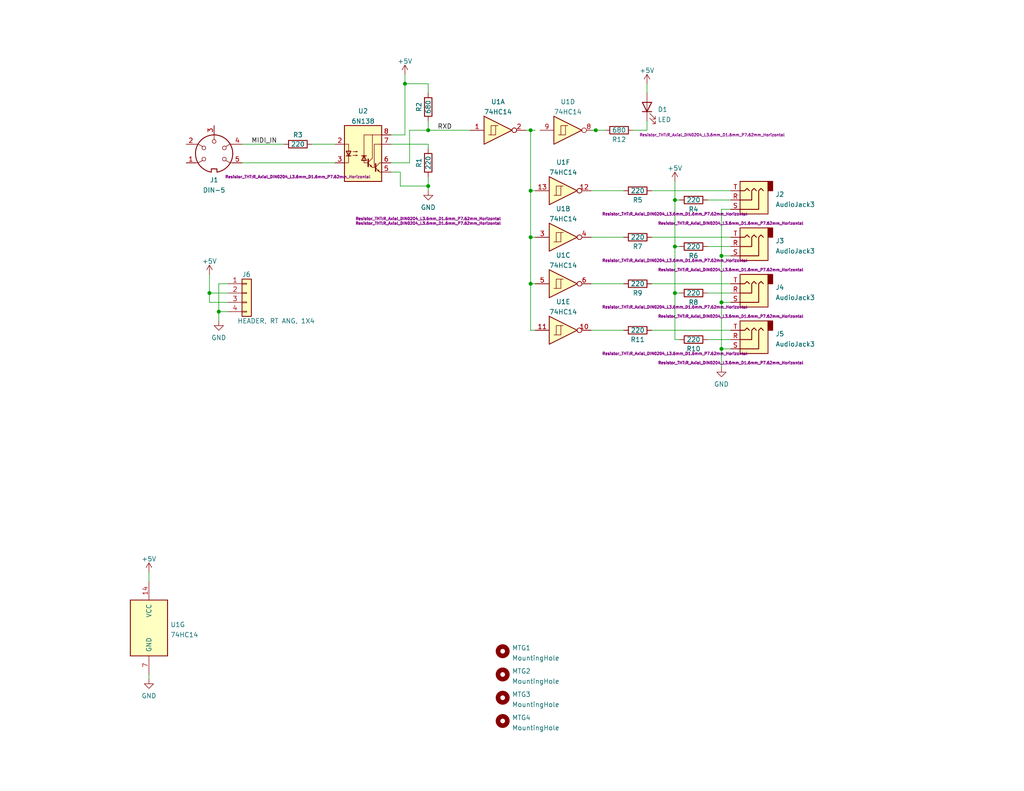
<source format=kicad_sch>
(kicad_sch (version 20211123) (generator eeschema)
  (paper "A")
  (title_block (title "MOD-MIDI-THRU") (date "2022-10-06") (rev "1"))
  (lib_symbols
    (symbol "74xx:74HC14" (pin_names (offset 1.016))
      (property "Reference" "U" (at 0 1.27 0))
      (property "Value" "74HC14" (at 0 -1.27 0))
      (symbol "74HC14_1_0"
        (polyline (pts (xy -3.81 3.81) (xy -3.81 -3.81) (xy 3.81 0) (xy -3.81 3.81)) (stroke (width 0.254)) (fill (type background)))
        (pin input line (at -7.62 0 0) (length 3.81) (name "~") (number "1"))
        (pin output inverted (at 7.62 0 180) (length 3.81) (name "~") (number "2"))
      )
      (symbol "74HC14_1_1"
        (polyline (pts (xy -1.905 -1.27) (xy -1.905 1.27) (xy -0.635 1.27)))
        (polyline (pts (xy -2.54 -1.27) (xy -0.635 -1.27) (xy -0.635 1.27) (xy 0 1.27)))
      )
      (symbol "74HC14_2_0"
        (polyline (pts (xy -3.81 3.81) (xy -3.81 -3.81) (xy 3.81 0) (xy -3.81 3.81)) (stroke (width 0.254)) (fill (type background)))
        (pin input line (at -7.62 0 0) (length 3.81) (name "~") (number "3"))
        (pin output inverted (at 7.62 0 180) (length 3.81) (name "~") (number "4"))
      )
      (symbol "74HC14_2_1"
        (polyline (pts (xy -1.905 -1.27) (xy -1.905 1.27) (xy -0.635 1.27)))
        (polyline (pts (xy -2.54 -1.27) (xy -0.635 -1.27) (xy -0.635 1.27) (xy 0 1.27)))
      )
      (symbol "74HC14_3_0"
        (polyline (pts (xy -3.81 3.81) (xy -3.81 -3.81) (xy 3.81 0) (xy -3.81 3.81)) (stroke (width 0.254)) (fill (type background)))
        (pin input line (at -7.62 0 0) (length 3.81) (name "~") (number "5"))
        (pin output inverted (at 7.62 0 180) (length 3.81) (name "~") (number "6"))
      )
      (symbol "74HC14_3_1"
        (polyline (pts (xy -1.905 -1.27) (xy -1.905 1.27) (xy -0.635 1.27)))
        (polyline (pts (xy -2.54 -1.27) (xy -0.635 -1.27) (xy -0.635 1.27) (xy 0 1.27)))
      )
      (symbol "74HC14_4_0"
        (polyline (pts (xy -3.81 3.81) (xy -3.81 -3.81) (xy 3.81 0) (xy -3.81 3.81)) (stroke (width 0.254)) (fill (type background)))
        (pin output inverted (at 7.62 0 180) (length 3.81) (name "~") (number "8"))
        (pin input line (at -7.62 0 0) (length 3.81) (name "~") (number "9"))
      )
      (symbol "74HC14_4_1"
        (polyline (pts (xy -1.905 -1.27) (xy -1.905 1.27) (xy -0.635 1.27)))
        (polyline (pts (xy -2.54 -1.27) (xy -0.635 -1.27) (xy -0.635 1.27) (xy 0 1.27)))
      )
      (symbol "74HC14_5_0"
        (polyline (pts (xy -3.81 3.81) (xy -3.81 -3.81) (xy 3.81 0) (xy -3.81 3.81)) (stroke (width 0.254)) (fill (type background)))
        (pin output inverted (at 7.62 0 180) (length 3.81) (name "~") (number "10"))
        (pin input line (at -7.62 0 0) (length 3.81) (name "~") (number "11"))
      )
      (symbol "74HC14_5_1"
        (polyline (pts (xy -1.905 -1.27) (xy -1.905 1.27) (xy -0.635 1.27)))
        (polyline (pts (xy -2.54 -1.27) (xy -0.635 -1.27) (xy -0.635 1.27) (xy 0 1.27)))
      )
      (symbol "74HC14_6_0"
        (polyline (pts (xy -3.81 3.81) (xy -3.81 -3.81) (xy 3.81 0) (xy -3.81 3.81)) (stroke (width 0.254)) (fill (type background)))
        (pin output inverted (at 7.62 0 180) (length 3.81) (name "~") (number "12"))
        (pin input line (at -7.62 0 0) (length 3.81) (name "~") (number "13"))
      )
      (symbol "74HC14_6_1"
        (polyline (pts (xy -1.905 -1.27) (xy -1.905 1.27) (xy -0.635 1.27)))
        (polyline (pts (xy -2.54 -1.27) (xy -0.635 -1.27) (xy -0.635 1.27) (xy 0 1.27)))
      )
      (symbol "74HC14_7_0"
        (pin power_in line (at 0 12.7 270) (length 5.08) (name "VCC") (number "14"))
        (pin power_in line (at 0 -12.7 90) (length 5.08) (name "GND") (number "7"))
      )
      (symbol "74HC14_7_1"
        (rectangle (start -5.08 7.62) (end 5.08 -7.62) (stroke (width 0.254)) (fill (type background)))
      )
    )
    (symbol "Connector:AudioJack3"
      (property "Reference" "J" (at 0 8.89 0))
      (property "Value" "AudioJack3" (at 0 6.35 0))
      (symbol "AudioJack3_0_1"
        (rectangle (start -5.08 -5.08) (end -6.35 -2.54) (stroke (width 0.254)) (fill (type outline)))
        (polyline (pts (xy 0 -2.54) (xy 0.635 -3.175) (xy 1.27 -2.54) (xy 2.54 -2.54)) (stroke (width 0.254)))
        (polyline (pts (xy -1.905 -2.54) (xy -1.27 -3.175) (xy -0.635 -2.54) (xy -0.635 0) (xy 2.54 0)) (stroke (width 0.254)))
        (polyline (pts (xy 2.54 2.54) (xy -2.54 2.54) (xy -2.54 -2.54) (xy -3.175 -3.175) (xy -3.81 -2.54)) (stroke (width 0.254)))
        (rectangle (start 2.54 3.81) (end -5.08 -5.08) (stroke (width 0.254)) (fill (type background)))
      )
      (symbol "AudioJack3_1_1"
        (pin passive line (at 5.08 0 180) (length 2.54) (name "~") (number "R"))
        (pin passive line (at 5.08 2.54 180) (length 2.54) (name "~") (number "S"))
        (pin passive line (at 5.08 -2.54 180) (length 2.54) (name "~") (number "T"))
      )
    )
    (symbol "Connector:DIN-5" (pin_names (offset 1.016))
      (property "Reference" "J" (at 3.175 5.715 0))
      (property "Value" "DIN-5" (at 0 -6.35 0))
      (symbol "DIN-5_0_1"
        (arc (start -5.08 0) (mid -3.8597 -3.3379) (end -0.762 -5.08) (stroke (width 0.254)))
        (circle (center -2.794 -1.524) (radius 0.508))
        (circle (center -2.794 1.524) (radius 0.508))
        (polyline (pts (xy 0 5.08) (xy 0 3.81)))
        (polyline (pts (xy -5.08 -2.54) (xy -4.318 -2.54) (xy -3.175 -1.905)))
        (polyline (pts (xy -5.08 2.54) (xy -4.318 2.54) (xy -3.175 1.905)))
        (polyline (pts (xy 5.08 -2.54) (xy 4.318 -2.54) (xy 3.175 -1.905)))
        (polyline (pts (xy 5.08 2.54) (xy 4.318 2.54) (xy 3.175 1.905)))
        (polyline (pts (xy -0.762 -4.953) (xy -0.762 -4.191) (xy 0.762 -4.191) (xy 0.762 -4.953)) (stroke (width 0.254)))
        (circle (center 0 3.302) (radius 0.508))
        (arc (start 0.762 -5.08) (mid 3.8673 -3.3444) (end 5.08 0) (stroke (width 0.254)))
        (circle (center 2.794 -1.524) (radius 0.508))
        (circle (center 2.794 1.524) (radius 0.508))
        (arc (start 5.08 0) (mid 0 5.08) (end -5.08 0) (stroke (width 0.254)))
      )
      (symbol "DIN-5_1_1"
        (pin passive line (at -7.62 -2.54 0) (length 2.54) (name "~") (number "1"))
        (pin passive line (at -7.62 2.54 0) (length 2.54) (name "~") (number "2"))
        (pin passive line (at 0 7.62 270) (length 2.54) (name "~") (number "3"))
        (pin passive line (at 7.62 2.54 180) (length 2.54) (name "~") (number "4"))
        (pin passive line (at 7.62 -2.54 180) (length 2.54) (name "~") (number "5"))
      )
    )
    (symbol "Connector_Generic:Conn_01x04" (pin_names (offset 1.016) hide)
      (property "Reference" "J" (at 0 5.08 0))
      (property "Value" "Conn_01x04" (at 0 -7.62 0))
      (symbol "Conn_01x04_1_1"
        (rectangle (start -1.27 -4.953) (end 0 -5.207) (stroke (width 0.1524)))
        (rectangle (start -1.27 -2.413) (end 0 -2.667) (stroke (width 0.1524)))
        (rectangle (start -1.27 0.127) (end 0 -0.127) (stroke (width 0.1524)))
        (rectangle (start -1.27 2.667) (end 0 2.413) (stroke (width 0.1524)))
        (rectangle (start -1.27 3.81) (end 1.27 -6.35) (stroke (width 0.254)) (fill (type background)))
        (pin passive line (at -5.08 2.54 0) (length 3.81) (name "Pin_1") (number "1"))
        (pin passive line (at -5.08 0 0) (length 3.81) (name "Pin_2") (number "2"))
        (pin passive line (at -5.08 -2.54 0) (length 3.81) (name "Pin_3") (number "3"))
        (pin passive line (at -5.08 -5.08 0) (length 3.81) (name "Pin_4") (number "4"))
      )
    )
    (symbol "Device:LED" (pin_numbers hide) (pin_names (offset 1.016) hide)
      (property "Reference" "D" (at 0 2.54 0))
      (property "Value" "LED" (at 0 -2.54 0))
      (symbol "LED_0_1"
        (polyline (pts (xy -1.27 -1.27) (xy -1.27 1.27)) (stroke (width 0.254)))
        (polyline (pts (xy -1.27 0) (xy 1.27 0)))
        (polyline (pts (xy 1.27 -1.27) (xy 1.27 1.27) (xy -1.27 0) (xy 1.27 -1.27)) (stroke (width 0.254)))
        (polyline (pts (xy -3.048 -0.762) (xy -4.572 -2.286) (xy -3.81 -2.286) (xy -4.572 -2.286) (xy -4.572 -1.524)))
        (polyline (pts (xy -1.778 -0.762) (xy -3.302 -2.286) (xy -2.54 -2.286) (xy -3.302 -2.286) (xy -3.302 -1.524)))
      )
      (symbol "LED_1_1"
        (pin passive line (at -3.81 0 0) (length 2.54) (name "K") (number "1"))
        (pin passive line (at 3.81 0 180) (length 2.54) (name "A") (number "2"))
      )
    )
    (symbol "Device:R" (pin_numbers hide) (pin_names (offset 0))
      (property "Reference" "R" (at 2.032 0 90))
      (property "Value" "R" (at 0 0 90))
      (symbol "R_0_1"
        (rectangle (start -1.016 -2.54) (end 1.016 2.54) (stroke (width 0.254)))
      )
      (symbol "R_1_1"
        (pin passive line (at 0 3.81 270) (length 1.27) (name "~") (number "1"))
        (pin passive line (at 0 -3.81 90) (length 1.27) (name "~") (number "2"))
      )
    )
    (symbol "Isolator:6N138" (pin_names (offset 1.016) hide)
      (property "Reference" "U" (at -4.064 8.89 0))
      (property "Value" "6N138" (at 2.286 8.89 0))
      (symbol "6N138_0_1"
        (rectangle (start -5.08 7.62) (end 5.08 -7.62) (stroke (width 0.254)) (fill (type background)))
        (polyline (pts (xy -4.572 -0.635) (xy -3.302 -0.635)) (stroke (width 0.254)))
        (polyline (pts (xy 0.889 -0.635) (xy -0.381 -0.635)) (stroke (width 0.254)))
        (polyline (pts (xy 1.397 -2.667) (xy 2.54 -3.81)))
        (polyline (pts (xy 1.397 -2.413) (xy 2.54 -1.27)))
        (polyline (pts (xy 2.54 -3.81) (xy 3.175 -3.81)))
        (polyline (pts (xy 3.429 -3.937) (xy 4.572 -5.08)))
        (polyline (pts (xy 3.429 -3.683) (xy 4.572 -2.54)))
        (polyline (pts (xy 4.572 -5.08) (xy 5.08 -5.08)))
        (polyline (pts (xy 4.572 -2.54) (xy 5.08 -2.54)))
        (polyline (pts (xy 1.397 -1.524) (xy 1.397 -3.556) (xy 1.397 -3.556)) (stroke (width 0.3556)))
        (polyline (pts (xy 2.54 -1.27) (xy 2.54 5.08) (xy 5.08 5.08)))
        (polyline (pts (xy 3.429 -2.794) (xy 3.429 -4.826) (xy 3.429 -4.826)) (stroke (width 0.3556)))
        (polyline (pts (xy 5.08 2.54) (xy 3.048 2.54) (xy 3.048 -3.81)))
        (polyline (pts (xy -5.08 -2.54) (xy -3.937 -2.54) (xy -3.937 2.54) (xy -5.08 2.54)))
        (polyline (pts (xy -3.937 -0.635) (xy -4.572 0.635) (xy -3.302 0.635) (xy -3.937 -0.635)) (stroke (width 0.254)))
        (polyline (pts (xy 0.254 -0.635) (xy 0.889 -1.905) (xy -0.381 -1.905) (xy 0.254 -0.635)) (stroke (width 0.254)))
        (polyline (pts (xy 1.27 -2.54) (xy 0.254 -2.54) (xy 0.254 5.08) (xy 2.54 5.08)))
        (polyline (pts (xy 2.413 -3.683) (xy 2.159 -3.175) (xy 1.905 -3.429) (xy 2.413 -3.683)))
        (polyline (pts (xy 4.445 -4.953) (xy 4.191 -4.445) (xy 3.937 -4.699) (xy 4.445 -4.953)))
        (polyline (pts (xy -2.794 -0.508) (xy -1.524 -0.508) (xy -1.905 -0.635) (xy -1.905 -0.381) (xy -1.524 -0.508)))
        (polyline (pts (xy -2.794 0.508) (xy -1.524 0.508) (xy -1.905 0.381) (xy -1.905 0.635) (xy -1.524 0.508)))
      )
      (symbol "6N138_1_1"
        (pin no_connect line (at -5.08 5.08 0) (length 2.54) hide (name "NC") (number "1"))
        (pin passive line (at -7.62 2.54 0) (length 2.54) (name "C1") (number "2"))
        (pin passive line (at -7.62 -2.54 0) (length 2.54) (name "C2") (number "3"))
        (pin no_connect line (at -5.08 -5.08 0) (length 2.54) hide (name "NC") (number "4"))
        (pin passive line (at 7.62 -5.08 180) (length 2.54) (name "GND") (number "5"))
        (pin passive line (at 7.62 -2.54 180) (length 2.54) (name "VO2") (number "6"))
        (pin passive line (at 7.62 2.54 180) (length 2.54) (name "VO1") (number "7"))
        (pin passive line (at 7.62 5.08 180) (length 2.54) (name "VCC") (number "8"))
      )
    )
    (symbol "Mechanical:MountingHole" (pin_names (offset 1.016))
      (property "Reference" "H" (at 0 5.08 0))
      (property "Value" "MountingHole" (at 0 3.175 0))
      (symbol "MountingHole_0_1"
        (circle (center 0 0) (radius 1.27) (stroke (width 1.27)))
      )
    )
    (symbol "power:+5V" (power) (pin_names (offset 0))
      (property "Value" "+5V" (at 0 3.556 0))
      (symbol "+5V_0_1"
        (polyline (pts (xy -0.762 1.27) (xy 0 2.54)))
        (polyline (pts (xy 0 0) (xy 0 2.54)))
        (polyline (pts (xy 0 2.54) (xy 0.762 1.27)))
      )
      (symbol "+5V_1_1"
        (pin power_in line (at 0 0 90) (length 0) hide (name "+5V") (number "1"))
      )
    )
    (symbol "power:GND" (power) (pin_names (offset 0))
      (property "Value" "GND" (at 0 -3.81 0))
      (symbol "GND_0_1"
        (polyline (pts (xy 0 0) (xy 0 -1.27) (xy 1.27 -1.27) (xy 0 -2.54) (xy -1.27 -1.27) (xy 0 -1.27)))
      )
      (symbol "GND_1_1"
        (pin power_in line (at 0 0 270) (length 0) hide (name "GND") (number "1"))
      )
    )
  )
  (junction (at 59.69 85.09))
  (junction (at 144.78 64.77))
  (junction (at 144.78 52.07))
  (junction (at 196.85 95.25))
  (junction (at 144.78 35.56))
  (junction (at 116.84 35.56))
  (junction (at 184.15 80.01))
  (junction (at 196.85 82.55))
  (junction (at 184.15 67.31))
  (junction (at 162.56 35.56))
  (junction (at 116.84 50.8))
  (junction (at 196.85 69.85))
  (junction (at 57.15 80.01))
  (junction (at 110.49 22.86))
  (junction (at 144.78 77.47))
  (junction (at 184.15 54.61))
  (wire (pts (xy 77.47 39.37) (xy 66.04 39.37)))
  (wire (pts (xy 111.76 35.56) (xy 116.84 35.56)))
  (wire (pts (xy 193.04 80.01) (xy 199.39 80.01)))
  (wire (pts (xy 144.78 35.56) (xy 144.78 52.07)))
  (wire (pts (xy 170.18 64.77) (xy 161.29 64.77)))
  (wire (pts (xy 144.78 35.56) (xy 146.05 35.56)))
  (wire (pts (xy 116.84 22.86) (xy 116.84 25.4)))
  (wire (pts (xy 144.78 52.07) (xy 144.78 64.77)))
  (wire (pts (xy 116.84 35.56) (xy 116.84 33.02)))
  (wire (pts (xy 162.56 35.56) (xy 161.29 35.56)))
  (wire (pts (xy 62.23 80.01) (xy 57.15 80.01)))
  (wire (pts (xy 196.85 82.55) (xy 199.39 82.55)))
  (wire (pts (xy 177.8 77.47) (xy 199.39 77.47)))
  (wire (pts (xy 177.8 52.07) (xy 199.39 52.07)))
  (wire (pts (xy 184.15 54.61) (xy 185.42 54.61)))
  (wire (pts (xy 193.04 67.31) (xy 199.39 67.31)))
  (wire (pts (xy 110.49 20.32) (xy 110.49 22.86)))
  (wire (pts (xy 184.15 80.01) (xy 184.15 92.71)))
  (wire (pts (xy 184.15 80.01) (xy 185.42 80.01)))
  (wire (pts (xy 116.84 39.37) (xy 116.84 40.64)))
  (wire (pts (xy 106.68 36.83) (xy 110.49 36.83)))
  (wire (pts (xy 116.84 50.8) (xy 116.84 52.07)))
  (wire (pts (xy 59.69 85.09) (xy 59.69 87.63)))
  (wire (pts (xy 59.69 85.09) (xy 62.23 85.09)))
  (wire (pts (xy 196.85 69.85) (xy 196.85 82.55)))
  (wire (pts (xy 144.78 77.47) (xy 144.78 90.17)))
  (wire (pts (xy 177.8 64.77) (xy 199.39 64.77)))
  (wire (pts (xy 57.15 82.55) (xy 57.15 80.01)))
  (wire (pts (xy 199.39 57.15) (xy 196.85 57.15)))
  (wire (pts (xy 193.04 92.71) (xy 199.39 92.71)))
  (wire (pts (xy 106.68 44.45) (xy 111.76 44.45)))
  (wire (pts (xy 196.85 82.55) (xy 196.85 95.25)))
  (wire (pts (xy 184.15 49.53) (xy 184.15 54.61)))
  (wire (pts (xy 184.15 92.71) (xy 185.42 92.71)))
  (wire (pts (xy 110.49 36.83) (xy 110.49 22.86)))
  (wire (pts (xy 116.84 35.56) (xy 128.27 35.56)))
  (wire (pts (xy 91.44 39.37) (xy 85.09 39.37)))
  (wire (pts (xy 144.78 77.47) (xy 146.05 77.47)))
  (wire (pts (xy 184.15 67.31) (xy 185.42 67.31)))
  (wire (pts (xy 57.15 74.93) (xy 57.15 80.01)))
  (wire (pts (xy 184.15 54.61) (xy 184.15 67.31)))
  (wire (pts (xy 196.85 95.25) (xy 196.85 100.33)))
  (wire (pts (xy 176.53 35.56) (xy 176.53 33.02)))
  (wire (pts (xy 196.85 57.15) (xy 196.85 69.85)))
  (wire (pts (xy 193.04 54.61) (xy 199.39 54.61)))
  (wire (pts (xy 66.04 44.45) (xy 91.44 44.45)))
  (wire (pts (xy 106.68 46.99) (xy 109.22 46.99)))
  (wire (pts (xy 172.72 35.56) (xy 176.53 35.56)))
  (wire (pts (xy 40.64 185.42) (xy 40.64 184.15)))
  (wire (pts (xy 143.51 35.56) (xy 144.78 35.56)))
  (wire (pts (xy 144.78 52.07) (xy 146.05 52.07)))
  (wire (pts (xy 59.69 77.47) (xy 62.23 77.47)))
  (wire (pts (xy 170.18 77.47) (xy 161.29 77.47)))
  (wire (pts (xy 59.69 85.09) (xy 59.69 77.47)))
  (wire (pts (xy 62.23 82.55) (xy 57.15 82.55)))
  (wire (pts (xy 116.84 50.8) (xy 116.84 48.26)))
  (wire (pts (xy 109.22 46.99) (xy 109.22 50.8)))
  (wire (pts (xy 170.18 52.07) (xy 161.29 52.07)))
  (wire (pts (xy 196.85 95.25) (xy 199.39 95.25)))
  (wire (pts (xy 144.78 64.77) (xy 144.78 77.47)))
  (wire (pts (xy 40.64 156.21) (xy 40.64 158.75)))
  (wire (pts (xy 170.18 90.17) (xy 161.29 90.17)))
  (wire (pts (xy 111.76 44.45) (xy 111.76 35.56)))
  (wire (pts (xy 184.15 67.31) (xy 184.15 80.01)))
  (wire (pts (xy 165.1 35.56) (xy 162.56 35.56)))
  (wire (pts (xy 110.49 22.86) (xy 116.84 22.86)))
  (wire (pts (xy 176.53 25.4) (xy 176.53 22.86)))
  (wire (pts (xy 144.78 64.77) (xy 146.05 64.77)))
  (wire (pts (xy 177.8 90.17) (xy 199.39 90.17)))
  (wire (pts (xy 144.78 90.17) (xy 146.05 90.17)))
  (wire (pts (xy 109.22 50.8) (xy 116.84 50.8)))
  (wire (pts (xy 196.85 69.85) (xy 199.39 69.85)))
  (wire (pts (xy 106.68 39.37) (xy 116.84 39.37)))
  (label "MIDI_IN" (at 68.58 39.37 0))
  (label "RXD" (at 119.38 35.56 0))
  (symbol (lib_id "power:GND") (at 196.85 100.33 0) (unit 1)
    (property "Reference" "#PWR0107" (effects hide))
    (property "Value" "GND" (at 196.85 104.8925 0))
  )
  (symbol (lib_id "Connector:AudioJack3") (at 204.47 80.01 180) (unit 1)
    (property "Reference" "J4" (at 211.582 78.4665 0) (effects (justify right)))
    (property "Value" "AudioJack3" (at 211.582 81.2416 0) (effects (justify right)))
    (property "Footprint" "LandBoards_Conns:Jack_3.5mm_CUI_SJ1-3523N_Horizontal" (effects hide))
  )
  (symbol (lib_id "power:+5V") (at 57.15 74.93 0) (unit 1)
    (property "Reference" "#PWR0105" (effects hide))
    (property "Value" "+5V" (at 57.15 71.3255 0))
  )
  (symbol (lib_id "Device:R") (at 189.23 80.01 90) (unit 1)
    (property "Reference" "R8" (at 189.23 82.55 90))
    (property "Value" "220" (at 189.23 80.01 90))
    (property "Footprint" "Resistor_THT:R_Axial_DIN0204_L3.6mm_D1.6mm_P7.62mm_Horizontal" (at 199.39 86.36 90) (effects (font (size 0.762 0.762))))
    (property "Datasheet" "https://www.mouser.com/ProductDetail/Xicon/299-33K-RC?qs=33VvRrBYlfL73DHymUL5Hg%3D%3D" (effects hide))
  )
  (symbol (lib_id "power:+5V") (at 176.53 22.86 0) (unit 1)
    (property "Reference" "#PWR0103" (effects hide))
    (property "Value" "+5V" (at 176.53 19.2555 0))
  )
  (symbol (lib_id "74xx:74HC14") (at 153.67 77.47 0) (unit 3)
    (property "Reference" "U1" (at 153.67 69.6935 0))
    (property "Value" "74HC14" (at 153.67 72.4686 0))
    (property "Footprint" "Package_DIP:DIP-14_W7.62mm_LongPads" (effects hide))
    (property "Datasheet" "http://www.ti.com/lit/gpn/sn74HC14" (effects hide))
  )
  (symbol (lib_id "74xx:74HC14") (at 153.67 52.07 0) (unit 6)
    (property "Reference" "U1" (at 153.67 44.2935 0))
    (property "Value" "74HC14" (at 153.67 47.0686 0))
    (property "Footprint" "Package_DIP:DIP-14_W7.62mm_LongPads" (effects hide))
    (property "Datasheet" "http://www.ti.com/lit/gpn/sn74HC14" (effects hide))
  )
  (symbol (lib_id "74xx:74HC14") (at 153.67 64.77 0) (unit 2)
    (property "Reference" "U1" (at 153.67 56.9935 0))
    (property "Value" "74HC14" (at 153.67 59.7686 0))
    (property "Footprint" "Package_DIP:DIP-14_W7.62mm_LongPads" (effects hide))
    (property "Datasheet" "http://www.ti.com/lit/gpn/sn74HC14" (effects hide))
  )
  (symbol (lib_id "Device:R") (at 173.99 52.07 90) (unit 1)
    (property "Reference" "R5" (at 173.99 54.61 90))
    (property "Value" "220" (at 173.99 52.07 90))
    (property "Footprint" "Resistor_THT:R_Axial_DIN0204_L3.6mm_D1.6mm_P7.62mm_Horizontal" (at 184.15 58.42 90) (effects (font (size 0.762 0.762))))
    (property "Datasheet" "https://www.mouser.com/ProductDetail/Xicon/299-33K-RC?qs=33VvRrBYlfL73DHymUL5Hg%3D%3D" (effects hide))
  )
  (symbol (lib_id "Device:R") (at 173.99 90.17 90) (unit 1)
    (property "Reference" "R11" (at 173.99 92.71 90))
    (property "Value" "220" (at 173.99 90.17 90))
    (property "Footprint" "Resistor_THT:R_Axial_DIN0204_L3.6mm_D1.6mm_P7.62mm_Horizontal" (at 184.15 96.52 90) (effects (font (size 0.762 0.762))))
    (property "Datasheet" "https://www.mouser.com/ProductDetail/Xicon/299-33K-RC?qs=33VvRrBYlfL73DHymUL5Hg%3D%3D" (effects hide))
  )
  (symbol (lib_id "power:+5V") (at 40.64 156.21 0) (unit 1)
    (property "Reference" "#PWR0101" (effects hide))
    (property "Value" "+5V" (at 40.64 152.6055 0))
  )
  (symbol (lib_id "Connector:AudioJack3") (at 204.47 54.61 180) (unit 1)
    (property "Reference" "J2" (at 211.582 53.0665 0) (effects (justify right)))
    (property "Value" "AudioJack3" (at 211.582 55.8416 0) (effects (justify right)))
    (property "Footprint" "LandBoards_Conns:Jack_3.5mm_CUI_SJ1-3523N_Horizontal" (effects hide))
  )
  (symbol (lib_id "Device:R") (at 189.23 67.31 90) (unit 1)
    (property "Reference" "R6" (at 189.23 69.85 90))
    (property "Value" "220" (at 189.23 67.31 90))
    (property "Footprint" "Resistor_THT:R_Axial_DIN0204_L3.6mm_D1.6mm_P7.62mm_Horizontal" (at 199.39 73.66 90) (effects (font (size 0.762 0.762))))
    (property "Datasheet" "https://www.mouser.com/ProductDetail/Xicon/299-33K-RC?qs=33VvRrBYlfL73DHymUL5Hg%3D%3D" (effects hide))
  )
  (symbol (lib_id "Device:R") (at 116.84 44.45 0) (unit 1)
    (property "Reference" "R1" (at 114.3 44.45 90))
    (property "Value" "220" (at 116.84 44.45 90))
    (property "Footprint" "Resistor_THT:R_Axial_DIN0204_L3.6mm_D1.6mm_P7.62mm_Horizontal" (at 116.84 59.69 0) (effects (font (size 0.762 0.762))))
    (property "Datasheet" "https://www.mouser.com/ProductDetail/Xicon/299-33K-RC?qs=33VvRrBYlfL73DHymUL5Hg%3D%3D" (effects hide))
  )
  (symbol (lib_id "Connector_Generic:Conn_01x04") (at 67.31 80.01 0) (unit 1)
    (property "Reference" "J6" (at 66.04 74.93 0) (effects (justify left)))
    (property "Value" "HEADER, RT ANG, 1X4" (at 64.77 87.63 0) (effects (justify left)))
    (property "Footprint" "Connector_PinHeader_2.54mm:PinHeader_1x04_P2.54mm_Horizontal" (effects hide))
  )
  (symbol (lib_id "Mechanical:MountingHole") (at 137.16 190.5 0) (unit 1)
    (property "Reference" "MTG3" (at 139.7 189.5915 0) (effects (justify left)))
    (property "Value" "MountingHole" (at 139.7 192.3666 0) (effects (justify left)))
    (property "Footprint" "LandBoards_MountHoles:MTG-4-40" (effects hide))
  )
  (symbol (lib_id "Device:R") (at 173.99 64.77 90) (unit 1)
    (property "Reference" "R7" (at 173.99 67.31 90))
    (property "Value" "220" (at 173.99 64.77 90))
    (property "Footprint" "Resistor_THT:R_Axial_DIN0204_L3.6mm_D1.6mm_P7.62mm_Horizontal" (at 184.15 71.12 90) (effects (font (size 0.762 0.762))))
    (property "Datasheet" "https://www.mouser.com/ProductDetail/Xicon/299-33K-RC?qs=33VvRrBYlfL73DHymUL5Hg%3D%3D" (effects hide))
  )
  (symbol (lib_id "Mechanical:MountingHole") (at 137.16 184.15 0) (unit 1)
    (property "Reference" "MTG2" (at 139.7 183.2415 0) (effects (justify left)))
    (property "Value" "MountingHole" (at 139.7 186.0166 0) (effects (justify left)))
    (property "Footprint" "LandBoards_MountHoles:MTG-4-40" (effects hide))
  )
  (symbol (lib_id "74xx:74HC14") (at 154.94 35.56 0) (unit 4)
    (property "Reference" "U1" (at 154.94 27.7835 0))
    (property "Value" "74HC14" (at 154.94 30.5586 0))
    (property "Footprint" "Package_DIP:DIP-14_W7.62mm_LongPads" (effects hide))
    (property "Datasheet" "http://www.ti.com/lit/gpn/sn74HC14" (effects hide))
  )
  (symbol (lib_id "Device:R") (at 168.91 35.56 90) (unit 1)
    (property "Reference" "R12" (at 168.91 38.1 90))
    (property "Value" "680" (at 168.91 35.56 90))
    (property "Footprint" "Resistor_THT:R_Axial_DIN0204_L3.6mm_D1.6mm_P7.62mm_Horizontal" (at 194.31 36.83 90) (effects (font (size 0.762 0.762))))
    (property "Datasheet" "https://www.mouser.com/ProductDetail/Xicon/299-33K-RC?qs=33VvRrBYlfL73DHymUL5Hg%3D%3D" (effects hide))
  )
  (symbol (lib_id "Device:R") (at 81.28 39.37 270) (unit 1)
    (property "Reference" "R3" (at 81.28 36.83 90))
    (property "Value" "220" (at 81.28 39.37 90))
    (property "Footprint" "Resistor_THT:R_Axial_DIN0204_L3.6mm_D1.6mm_P7.62mm_Horizontal" (at 81.28 48.26 90) (effects (font (size 0.762 0.762))))
    (property "Datasheet" "https://www.mouser.com/ProductDetail/Xicon/299-33K-RC?qs=33VvRrBYlfL73DHymUL5Hg%3D%3D" (effects hide))
  )
  (symbol (lib_id "74xx:74HC14") (at 135.89 35.56 0) (unit 1)
    (property "Reference" "U1" (at 135.89 27.7835 0))
    (property "Value" "74HC14" (at 135.89 30.5586 0))
    (property "Footprint" "Package_DIP:DIP-14_W7.62mm_LongPads" (effects hide))
    (property "Datasheet" "http://www.ti.com/lit/gpn/sn74HC14" (effects hide))
  )
  (symbol (lib_id "Device:R") (at 173.99 77.47 90) (unit 1)
    (property "Reference" "R9" (at 173.99 80.01 90))
    (property "Value" "220" (at 173.99 77.47 90))
    (property "Footprint" "Resistor_THT:R_Axial_DIN0204_L3.6mm_D1.6mm_P7.62mm_Horizontal" (at 184.15 83.82 90) (effects (font (size 0.762 0.762))))
    (property "Datasheet" "https://www.mouser.com/ProductDetail/Xicon/299-33K-RC?qs=33VvRrBYlfL73DHymUL5Hg%3D%3D" (effects hide))
  )
  (symbol (lib_id "74xx:74HC14") (at 153.67 90.17 0) (unit 5)
    (property "Reference" "U1" (at 153.67 82.3935 0))
    (property "Value" "74HC14" (at 153.67 85.1686 0))
    (property "Footprint" "Package_DIP:DIP-14_W7.62mm_LongPads" (effects hide))
    (property "Datasheet" "http://www.ti.com/lit/gpn/sn74HC14" (effects hide))
  )
  (symbol (lib_id "74xx:74HC14") (at 40.64 171.45 0) (unit 7)
    (property "Reference" "U1" (at 46.482 170.5415 0) (effects (justify left)))
    (property "Value" "74HC14" (at 46.482 173.3166 0) (effects (justify left)))
    (property "Footprint" "Package_DIP:DIP-14_W7.62mm_LongPads" (effects hide))
    (property "Datasheet" "http://www.ti.com/lit/gpn/sn74HC14" (effects hide))
  )
  (symbol (lib_id "Isolator:6N138") (at 99.06 41.91 0) (unit 1)
    (property "Reference" "U2" (at 99.06 30.3235 0))
    (property "Value" "6N138" (at 99.06 33.0986 0))
    (property "Footprint" "Package_DIP:DIP-8_W7.62mm_Socket_LongPads" (effects hide))
    (property "Datasheet" "http://www.onsemi.com/pub/Collateral/HCPL2731-D.pdf" (effects hide))
  )
  (symbol (lib_id "Device:R") (at 189.23 92.71 90) (unit 1)
    (property "Reference" "R10" (at 189.23 95.25 90))
    (property "Value" "220" (at 189.23 92.71 90))
    (property "Footprint" "Resistor_THT:R_Axial_DIN0204_L3.6mm_D1.6mm_P7.62mm_Horizontal" (at 199.39 99.06 90) (effects (font (size 0.762 0.762))))
    (property "Datasheet" "https://www.mouser.com/ProductDetail/Xicon/299-33K-RC?qs=33VvRrBYlfL73DHymUL5Hg%3D%3D" (effects hide))
  )
  (symbol (lib_id "power:GND") (at 59.69 87.63 0) (unit 1)
    (property "Reference" "#PWR0106" (effects hide))
    (property "Value" "GND" (at 59.69 92.1925 0))
  )
  (symbol (lib_id "Mechanical:MountingHole") (at 137.16 196.85 0) (unit 1)
    (property "Reference" "MTG4" (at 139.7 195.9415 0) (effects (justify left)))
    (property "Value" "MountingHole" (at 139.7 198.7166 0) (effects (justify left)))
    (property "Footprint" "LandBoards_MountHoles:MTG-4-40" (effects hide))
  )
  (symbol (lib_id "Connector:DIN-5") (at 58.42 41.91 0) (unit 1)
    (property "Reference" "J1" (at 58.4201 49.1395 0))
    (property "Value" "DIN-5" (at 58.4201 51.9146 0))
    (property "Footprint" "LandBoards_Conns:MIDI_DIN-5" (effects hide))
    (property "Datasheet" "http://www.mouser.com/ds/2/18/40_c091_abd_e-75918.pdf" (effects hide))
  )
  (symbol (lib_id "Connector:AudioJack3") (at 204.47 67.31 180) (unit 1)
    (property "Reference" "J3" (at 211.582 65.7665 0) (effects (justify right)))
    (property "Value" "AudioJack3" (at 211.582 68.5416 0) (effects (justify right)))
    (property "Footprint" "LandBoards_Conns:Jack_3.5mm_CUI_SJ1-3523N_Horizontal" (effects hide))
  )
  (symbol (lib_id "Device:R") (at 116.84 29.21 0) (unit 1)
    (property "Reference" "R2" (at 114.3 29.21 90))
    (property "Value" "680" (at 116.84 29.21 90))
    (property "Footprint" "Resistor_THT:R_Axial_DIN0204_L3.6mm_D1.6mm_P7.62mm_Horizontal" (at 116.84 60.96 0) (effects (font (size 0.762 0.762))))
    (property "Datasheet" "https://www.mouser.com/ProductDetail/Xicon/299-33K-RC?qs=33VvRrBYlfL73DHymUL5Hg%3D%3D" (effects hide))
  )
  (symbol (lib_id "power:GND") (at 40.64 185.42 0) (unit 1)
    (property "Reference" "#PWR0102" (effects hide))
    (property "Value" "GND" (at 40.64 189.9825 0))
  )
  (symbol (lib_id "power:+5V") (at 110.49 20.32 0) (unit 1)
    (property "Reference" "#PWR0113" (effects hide))
    (property "Value" "+5V" (at 110.49 16.7155 0))
  )
  (symbol (lib_id "power:GND") (at 116.84 52.07 0) (unit 1)
    (property "Reference" "#PWR0114" (effects hide))
    (property "Value" "GND" (at 116.84 56.6325 0))
  )
  (symbol (lib_id "power:+5V") (at 184.15 49.53 0) (unit 1)
    (property "Reference" "#PWR0104" (effects hide))
    (property "Value" "+5V" (at 184.15 45.9255 0))
  )
  (symbol (lib_id "Mechanical:MountingHole") (at 137.16 177.8 0) (unit 1)
    (property "Reference" "MTG1" (at 139.7 176.8915 0) (effects (justify left)))
    (property "Value" "MountingHole" (at 139.7 179.6666 0) (effects (justify left)))
    (property "Footprint" "LandBoards_MountHoles:MTG-4-40" (effects hide))
  )
  (symbol (lib_id "Connector:AudioJack3") (at 204.47 92.71 180) (unit 1)
    (property "Reference" "J5" (at 211.582 91.1665 0) (effects (justify right)))
    (property "Value" "AudioJack3" (at 211.582 93.9416 0) (effects (justify right)))
    (property "Footprint" "LandBoards_Conns:Jack_3.5mm_CUI_SJ1-3523N_Horizontal" (effects hide))
  )
  (symbol (lib_id "Device:R") (at 189.23 54.61 90) (unit 1)
    (property "Reference" "R4" (at 189.23 57.15 90))
    (property "Value" "220" (at 189.23 54.61 90))
    (property "Footprint" "Resistor_THT:R_Axial_DIN0204_L3.6mm_D1.6mm_P7.62mm_Horizontal" (at 199.39 60.96 90) (effects (font (size 0.762 0.762))))
    (property "Datasheet" "https://www.mouser.com/ProductDetail/Xicon/299-33K-RC?qs=33VvRrBYlfL73DHymUL5Hg%3D%3D" (effects hide))
  )
  (symbol (lib_id "Device:LED") (at 176.53 29.21 90) (unit 1)
    (property "Reference" "D1" (at 179.451 29.889 90) (effects (justify right)))
    (property "Value" "LED" (at 179.451 32.6641 90) (effects (justify right)))
    (property "Footprint" "LED_THT:LED_D5.0mm" (effects hide))
  )
)
</source>
